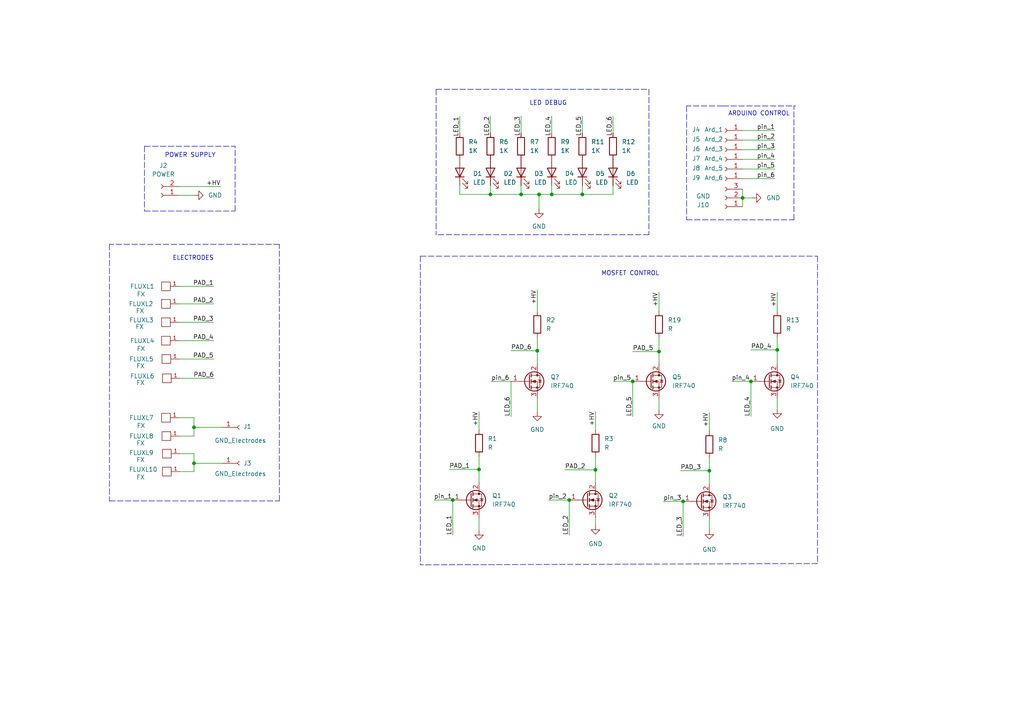
<source format=kicad_sch>
(kicad_sch (version 20211123) (generator eeschema)
  (paper "A4")
  (title_block (title "DigitalMicroFluicis") (company "DPEE_LAB") (comment 1 "Mosfet_Version02") (comment 2 "Student ID: 19130152") (comment 3 "Author: Tran Thi Huynh Giao"))
  (lib_symbols
    (symbol "Connector:Conn_01x01_Female" (pin_names (offset 1.016) hide)
      (property "Reference" "J" (at 0 2.54 0))
      (property "Value" "Conn_01x01_Female" (at 0 -2.54 0))
      (symbol "Conn_01x01_Female_1_1"
        (polyline (pts (xy -1.27 0) (xy -0.508 0)) (stroke (width 0.1524)))
        (arc (start 0 0.508) (mid -0.508 0) (end 0 -0.508) (stroke (width 0.1524)))
        (pin passive line (at -5.08 0 0) (length 3.81) (name "Pin_1") (number "1"))
      )
    )
    (symbol "Connector:Conn_01x02_Female" (pin_names (offset 1.016) hide)
      (property "Reference" "J" (at 0 2.54 0))
      (property "Value" "Conn_01x02_Female" (at 0 -5.08 0))
      (symbol "Conn_01x02_Female_1_1"
        (arc (start 0 -2.032) (mid -0.508 -2.54) (end 0 -3.048) (stroke (width 0.1524)))
        (polyline (pts (xy -1.27 -2.54) (xy -0.508 -2.54)) (stroke (width 0.1524)))
        (polyline (pts (xy -1.27 0) (xy -0.508 0)) (stroke (width 0.1524)))
        (arc (start 0 0.508) (mid -0.508 0) (end 0 -0.508) (stroke (width 0.1524)))
        (pin passive line (at -5.08 0 0) (length 3.81) (name "Pin_1") (number "1"))
        (pin passive line (at -5.08 -2.54 0) (length 3.81) (name "Pin_2") (number "2"))
      )
    )
    (symbol "Connector:Conn_01x03_Female" (pin_names (offset 1.016) hide)
      (property "Reference" "J" (at 0 5.08 0))
      (property "Value" "Conn_01x03_Female" (at 0 -5.08 0))
      (symbol "Conn_01x03_Female_1_1"
        (arc (start 0 -2.032) (mid -0.508 -2.54) (end 0 -3.048) (stroke (width 0.1524)))
        (polyline (pts (xy -1.27 -2.54) (xy -0.508 -2.54)) (stroke (width 0.1524)))
        (polyline (pts (xy -1.27 0) (xy -0.508 0)) (stroke (width 0.1524)))
        (polyline (pts (xy -1.27 2.54) (xy -0.508 2.54)) (stroke (width 0.1524)))
        (arc (start 0 0.508) (mid -0.508 0) (end 0 -0.508) (stroke (width 0.1524)))
        (arc (start 0 3.048) (mid -0.508 2.54) (end 0 2.032) (stroke (width 0.1524)))
        (pin passive line (at -5.08 2.54 0) (length 3.81) (name "Pin_1") (number "1"))
        (pin passive line (at -5.08 0 0) (length 3.81) (name "Pin_2") (number "2"))
        (pin passive line (at -5.08 -2.54 0) (length 3.81) (name "Pin_3") (number "3"))
      )
    )
    (symbol "Device:LED" (pin_numbers hide) (pin_names (offset 1.016) hide)
      (property "Reference" "D" (at 0 2.54 0))
      (property "Value" "LED" (at 0 -2.54 0))
      (symbol "LED_0_1"
        (polyline (pts (xy -1.27 -1.27) (xy -1.27 1.27)) (stroke (width 0.254)))
        (polyline (pts (xy -1.27 0) (xy 1.27 0)))
        (polyline (pts (xy 1.27 -1.27) (xy 1.27 1.27) (xy -1.27 0) (xy 1.27 -1.27)) (stroke (width 0.254)))
        (polyline (pts (xy -3.048 -0.762) (xy -4.572 -2.286) (xy -3.81 -2.286) (xy -4.572 -2.286) (xy -4.572 -1.524)))
        (polyline (pts (xy -1.778 -0.762) (xy -3.302 -2.286) (xy -2.54 -2.286) (xy -3.302 -2.286) (xy -3.302 -1.524)))
      )
      (symbol "LED_1_1"
        (pin passive line (at -3.81 0 0) (length 2.54) (name "K") (number "1"))
        (pin passive line (at 3.81 0 180) (length 2.54) (name "A") (number "2"))
      )
    )
    (symbol "Device:R" (pin_numbers hide) (pin_names (offset 0))
      (property "Reference" "R" (at 2.032 0 90))
      (property "Value" "R" (at 0 0 90))
      (symbol "R_0_1"
        (rectangle (start -1.016 -2.54) (end 1.016 2.54) (stroke (width 0.254)))
      )
      (symbol "R_1_1"
        (pin passive line (at 0 3.81 270) (length 1.27) (name "~") (number "1"))
        (pin passive line (at 0 -3.81 90) (length 1.27) (name "~") (number "2"))
      )
    )
    (symbol "GaudiLabsPartsLibrary:FX" (pin_names (offset 1.016) hide)
      (property "Reference" "FLUXL" (at 0 2.54 0))
      (property "Value" "FX" (at 0 0 0))
      (symbol "FX_0_1"
        (rectangle (start -1.27 1.27) (end 1.27 -1.27))
      )
      (symbol "FX_1_1"
        (pin passive line (at 0 -3.81 90) (length 2.54) (name "1") (number "1"))
      )
    )
    (symbol "Transistor_FET:IRF740" (pin_names hide)
      (property "Reference" "Q" (at 6.35 1.905 0))
      (property "Value" "IRF740" (at 6.35 0 0))
      (symbol "IRF740_0_1"
        (polyline (pts (xy 0.254 0) (xy -2.54 0)))
        (polyline (pts (xy 0.254 1.905) (xy 0.254 -1.905)) (stroke (width 0.254)))
        (polyline (pts (xy 0.762 -1.27) (xy 0.762 -2.286)) (stroke (width 0.254)))
        (polyline (pts (xy 0.762 0.508) (xy 0.762 -0.508)) (stroke (width 0.254)))
        (polyline (pts (xy 0.762 2.286) (xy 0.762 1.27)) (stroke (width 0.254)))
        (polyline (pts (xy 2.54 2.54) (xy 2.54 1.778)))
        (polyline (pts (xy 2.54 -2.54) (xy 2.54 0) (xy 0.762 0)))
        (polyline (pts (xy 0.762 -1.778) (xy 3.302 -1.778) (xy 3.302 1.778) (xy 0.762 1.778)))
        (polyline (pts (xy 1.016 0) (xy 2.032 0.381) (xy 2.032 -0.381) (xy 1.016 0)) (fill (type outline)))
        (polyline (pts (xy 2.794 0.508) (xy 2.921 0.381) (xy 3.683 0.381) (xy 3.81 0.254)))
        (polyline (pts (xy 3.302 0.381) (xy 2.921 -0.254) (xy 3.683 -0.254) (xy 3.302 0.381)))
        (circle (center 1.651 0) (radius 2.794) (stroke (width 0.254)))
        (circle (center 2.54 -1.778) (radius 0.254) (fill (type outline)))
        (circle (center 2.54 1.778) (radius 0.254) (fill (type outline)))
      )
      (symbol "IRF740_1_1"
        (pin input line (at -5.08 0 0) (length 2.54) (name "G") (number "1"))
        (pin passive line (at 2.54 5.08 270) (length 2.54) (name "D") (number "2"))
        (pin passive line (at 2.54 -5.08 90) (length 2.54) (name "S") (number "3"))
      )
    )
    (symbol "power:GND" (power) (pin_names (offset 0))
      (property "Value" "GND" (at 0 -3.81 0))
      (symbol "GND_0_1"
        (polyline (pts (xy 0 0) (xy 0 -1.27) (xy 1.27 -1.27) (xy 0 -2.54) (xy -1.27 -1.27) (xy 0 -1.27)))
      )
      (symbol "GND_1_1"
        (pin power_in line (at 0 0 270) (length 0) hide (name "GND") (number "1"))
      )
    )
  )
  (junction (at 183.515 110.617))
  (junction (at 168.91 56.388))
  (junction (at 165.1 145.034))
  (junction (at 151.13 56.388))
  (junction (at 155.829 101.727))
  (junction (at 160.02 56.388))
  (junction (at 191.135 101.981))
  (junction (at 142.24 56.388))
  (junction (at 215.392 57.404))
  (junction (at 217.805 110.617))
  (junction (at 138.938 136.144))
  (junction (at 131.318 145.034))
  (junction (at 156.337 56.388))
  (junction (at 172.72 136.271))
  (junction (at 56.261 134.366))
  (junction (at 205.74 136.525))
  (junction (at 198.12 145.415))
  (junction (at 56.261 123.952))
  (junction (at 225.425 101.473))
  (junction (at 155.8384 101.727))
  (wire (pts (xy 56.261 123.952) (xy 56.261 126.492)))
  (wire (pts (xy 56.261 121.158) (xy 56.261 123.952)))
  (polyline (pts (xy 68.199 61.214) (xy 68.199 42.418)))
  (wire (pts (xy 215.392 37.846) (xy 224.79 37.846)))
  (polyline (pts (xy 237.109 163.449) (xy 121.92 163.83)))
  (wire (pts (xy 191.135 101.981) (xy 191.135 105.537)))
  (polyline (pts (xy 188.214 68.072) (xy 126.492 68.072)))
  (polyline (pts (xy 41.91 42.418) (xy 68.199 42.418)))
  (wire (pts (xy 160.02 56.388) (xy 168.91 56.388)))
  (wire (pts (xy 133.35 33.782) (xy 133.35 38.608)))
  (wire (pts (xy 148.2184 120.777) (xy 148.209 120.777)))
  (polyline (pts (xy 31.75 145.288) (xy 81.026 145.288)))
  (polyline (pts (xy 199.136 63.754) (xy 230.2761 63.754)))
  (wire (pts (xy 142.24 56.388) (xy 142.24 53.848)))
  (wire (pts (xy 172.72 136.271) (xy 172.72 139.954)))
  (wire (pts (xy 160.02 33.655) (xy 160.02 38.608)))
  (wire (pts (xy 191.135 97.917) (xy 191.135 101.981)))
  (wire (pts (xy 217.805 101.473) (xy 225.425 101.473)))
  (wire (pts (xy 205.74 132.715) (xy 205.74 136.525)))
  (wire (pts (xy 130.302 136.144) (xy 138.938 136.144)))
  (wire (pts (xy 225.425 101.473) (xy 225.425 105.537)))
  (wire (pts (xy 142.24 56.388) (xy 151.13 56.388)))
  (wire (pts (xy 225.425 115.697) (xy 225.425 118.745)))
  (polyline (pts (xy 230.2761 63.754) (xy 230.2761 30.7298)))
  (wire (pts (xy 148.2184 110.6264) (xy 142.494 110.6264)))
  (wire (pts (xy 52.197 109.728) (xy 62.103 109.728)))
  (wire (pts (xy 142.494 110.6264) (xy 142.494 110.617)))
  (wire (pts (xy 131.318 145.034) (xy 131.318 155.194)))
  (wire (pts (xy 52.197 136.779) (xy 56.261 136.779)))
  (wire (pts (xy 192.405 145.415) (xy 198.12 145.415)))
  (wire (pts (xy 56.261 134.366) (xy 64.389 134.366)))
  (wire (pts (xy 215.392 49.022) (xy 224.79 49.022)))
  (wire (pts (xy 159.131 145.034) (xy 165.1 145.034)))
  (polyline (pts (xy 209.6309 30.734) (xy 199.136 30.734)))
  (wire (pts (xy 151.13 33.655) (xy 151.13 38.608)))
  (wire (pts (xy 215.392 43.434) (xy 224.79 43.434)))
  (polyline (pts (xy 41.91 42.418) (xy 41.91 61.214)))
  (wire (pts (xy 198.12 145.415) (xy 198.12 155.575)))
  (polyline (pts (xy 237.109 74.295) (xy 237.109 163.449)))
  (wire (pts (xy 151.13 56.388) (xy 156.337 56.388)))
  (wire (pts (xy 51.943 83.058) (xy 61.976 83.058)))
  (wire (pts (xy 217.805 110.617) (xy 217.805 120.777)))
  (wire (pts (xy 168.91 56.388) (xy 177.8 56.388)))
  (wire (pts (xy 191.135 84.7852) (xy 191.135 90.297)))
  (wire (pts (xy 133.35 53.848) (xy 133.35 56.388)))
  (wire (pts (xy 138.938 150.114) (xy 138.938 153.924)))
  (wire (pts (xy 138.938 132.334) (xy 138.938 136.144)))
  (wire (pts (xy 155.829 101.727) (xy 155.8384 101.727)))
  (wire (pts (xy 56.261 134.366) (xy 56.261 136.779)))
  (wire (pts (xy 51.943 98.806) (xy 61.976 98.806)))
  (wire (pts (xy 172.72 150.114) (xy 172.72 152.4)))
  (polyline (pts (xy 126.492 25.908) (xy 188.214 25.908)))
  (wire (pts (xy 225.425 84.836) (xy 225.425 90.297)))
  (wire (pts (xy 197.358 136.525) (xy 205.74 136.525)))
  (polyline (pts (xy 199.136 30.734) (xy 199.136 63.754)))
  (wire (pts (xy 225.425 97.917) (xy 225.425 101.473)))
  (wire (pts (xy 177.8 56.388) (xy 177.8 53.848)))
  (wire (pts (xy 160.02 56.388) (xy 160.02 53.848)))
  (wire (pts (xy 52.07 126.492) (xy 56.261 126.492)))
  (wire (pts (xy 212.217 110.617) (xy 217.805 110.617)))
  (wire (pts (xy 165.1 145.034) (xy 165.1 155.194)))
  (polyline (pts (xy 121.92 74.295) (xy 237.109 74.295)))
  (wire (pts (xy 52.197 131.572) (xy 56.261 131.572)))
  (wire (pts (xy 51.816 56.642) (xy 56.388 56.642)))
  (wire (pts (xy 125.857 145.034) (xy 131.318 145.034)))
  (wire (pts (xy 177.8 33.655) (xy 177.8 38.608)))
  (wire (pts (xy 51.943 121.158) (xy 56.261 121.158)))
  (wire (pts (xy 215.392 51.816) (xy 224.79 51.816)))
  (wire (pts (xy 138.938 119.38) (xy 138.938 124.714)))
  (wire (pts (xy 155.829 84.074) (xy 155.829 90.297)))
  (polyline (pts (xy 188.214 25.908) (xy 188.214 68.072)))
  (wire (pts (xy 183.515 110.617) (xy 183.515 120.777)))
  (wire (pts (xy 156.337 56.388) (xy 160.02 56.388)))
  (wire (pts (xy 168.91 33.655) (xy 168.91 38.608)))
  (wire (pts (xy 172.72 119.3546) (xy 172.72 124.714)))
  (wire (pts (xy 183.515 101.981) (xy 191.135 101.981)))
  (wire (pts (xy 215.392 57.404) (xy 215.392 59.944)))
  (wire (pts (xy 155.8384 105.5464) (xy 155.8384 101.727)))
  (polyline (pts (xy 41.91 61.214) (xy 68.199 61.214)))
  (wire (pts (xy 163.83 136.271) (xy 172.72 136.271)))
  (polyline (pts (xy 31.75 70.866) (xy 31.75 145.288)))
  (wire (pts (xy 51.816 54.102) (xy 64.008 54.102)))
  (polyline (pts (xy 126.492 25.908) (xy 126.492 68.072)))
  (wire (pts (xy 138.938 136.144) (xy 138.938 139.954)))
  (wire (pts (xy 148.209 101.727) (xy 155.829 101.727)))
  (wire (pts (xy 155.8384 119.507) (xy 155.829 119.507)))
  (wire (pts (xy 205.74 150.495) (xy 205.74 153.797)))
  (wire (pts (xy 155.8384 115.7064) (xy 155.8384 119.507)))
  (wire (pts (xy 148.2184 110.6264) (xy 148.2184 120.777)))
  (wire (pts (xy 156.337 56.388) (xy 156.337 60.706)))
  (wire (pts (xy 215.392 57.404) (xy 218.186 57.404)))
  (wire (pts (xy 52.07 104.14) (xy 61.976 104.14)))
  (wire (pts (xy 56.261 123.952) (xy 64.389 123.952)))
  (wire (pts (xy 56.261 131.572) (xy 56.261 134.366)))
  (wire (pts (xy 51.943 93.472) (xy 61.976 93.472)))
  (polyline (pts (xy 121.92 74.295) (xy 121.92 163.83)))
  (wire (pts (xy 215.392 40.64) (xy 224.79 40.64)))
  (polyline (pts (xy 209.677 30.734) (xy 230.759 30.734)))
  (wire (pts (xy 155.829 97.917) (xy 155.829 101.727)))
  (wire (pts (xy 133.35 56.388) (xy 142.24 56.388)))
  (wire (pts (xy 151.13 56.388) (xy 151.13 53.848)))
  (wire (pts (xy 205.74 119.6594) (xy 205.74 125.095)))
  (wire (pts (xy 215.392 46.228) (xy 224.79 46.228)))
  (wire (pts (xy 215.392 54.864) (xy 215.392 57.404)))
  (wire (pts (xy 51.943 88.138) (xy 61.976 88.138)))
  (polyline (pts (xy 81.026 70.866) (xy 31.75 70.866)))
  (wire (pts (xy 172.72 132.334) (xy 172.72 136.271)))
  (wire (pts (xy 168.91 56.388) (xy 168.91 53.848)))
  (polyline (pts (xy 81.026 145.288) (xy 81.026 70.866)))
  (wire (pts (xy 205.74 136.525) (xy 205.74 140.335)))
  (wire (pts (xy 177.8 110.617) (xy 183.515 110.617)))
  (wire (pts (xy 191.135 115.697) (xy 191.135 118.999)))
  (wire (pts (xy 142.24 33.655) (xy 142.24 38.608)))
  (text "POWER SUPPLY\n" (at 47.752 45.847 0) (effects (font (size 1.27 1.27)) (justify left bottom)))
  (text "ARDUINO CONTROL\n" (at 211.201 33.782 0) (effects (font (size 1.27 1.27)) (justify left bottom)))
  (text "LED DEBUG\n" (at 153.543 30.734 0) (effects (font (size 1.27 1.27)) (justify left bottom)))
  (text "ELECTRODES\n" (at 50.038 75.692 0) (effects (font (size 1.27 1.27)) (justify left bottom)))
  (text "MOSFET CONTROL\n" (at 174.371 80.137 0) (effects (font (size 1.27 1.27)) (justify left bottom)))
  (label "pin_5" (at 177.8 110.617 0))
  (label "PAD_6" (at 62.103 109.728 180))
  (label "pin_4" (at 224.79 46.228 180))
  (label "LED_4" (at 217.805 120.777 90))
  (label "LED_1" (at 131.318 155.194 90))
  (label "PAD_6" (at 148.209 101.727 0))
  (label "LED_6" (at 148.209 120.777 90))
  (label "+HV" (at 225.425 84.836 270))
  (label "+HV" (at 172.72 119.3546 270))
  (label "LED_3" (at 198.12 155.575 90))
  (label "LED_1" (at 133.35 33.782 270))
  (label "PAD_3" (at 61.976 93.472 180))
  (label "PAD_4" (at 217.805 101.473 0))
  (label "+HV" (at 205.74 119.6594 270))
  (label "+HV" (at 64.008 54.102 180))
  (label "+HV" (at 191.135 84.7852 270))
  (label "PAD_1" (at 130.302 136.144 0))
  (label "pin_5" (at 224.79 49.022 180))
  (label "pin_3" (at 192.405 145.415 0))
  (label "PAD_5" (at 183.515 101.981 0))
  (label "PAD_1" (at 61.976 83.058 180))
  (label "pin_6" (at 224.79 51.816 180))
  (label "+HV" (at 138.938 119.38 270))
  (label "pin_4" (at 212.217 110.617 0))
  (label "LED_4" (at 160.02 33.655 270))
  (label "LED_5" (at 168.91 33.655 270))
  (label "LED_5" (at 183.515 120.777 90))
  (label "pin_2" (at 224.79 40.64 180))
  (label "pin_6" (at 142.494 110.617 0))
  (label "LED_2" (at 165.1 155.194 90))
  (label "PAD_2" (at 61.976 88.138 180))
  (label "LED_3" (at 151.13 33.655 270))
  (label "pin_2" (at 159.131 145.034 0))
  (label "pin_1" (at 125.857 145.034 0))
  (label "+HV" (at 155.829 84.074 270))
  (label "PAD_5" (at 61.976 104.14 180))
  (label "LED_6" (at 177.8 33.655 270))
  (label "PAD_3" (at 197.358 136.525 0))
  (label "pin_1" (at 224.79 37.846 180))
  (label "PAD_2" (at 163.83 136.271 0))
  (label "LED_2" (at 142.24 33.655 270))
  (label "PAD_4" (at 61.976 98.806 180))
  (label "pin_3" (at 224.79 43.434 180))
  (symbol (lib_id "Device:R") (at 172.72 128.524 0) (unit 1)
    (property "Reference" "R3" (at 175.26 127.2539 0) (effects (justify left)))
    (property "Value" "R" (at 175.26 129.7939 0) (effects (justify left)))
    (property "Footprint" "Resistor_SMD:R_1206_3216Metric_Pad1.30x1.75mm_HandSolder" (effects hide))
  )
  (symbol (lib_id "Connector:Conn_01x01_Female") (at 69.469 123.952 0) (unit 1)
    (property "Reference" "J1" (at 71.755 123.698 0))
    (property "Value" "GND_Electrodes" (at 69.723 127.762 0))
    (property "Footprint" "Connector_PinSocket_2.54mm:PinSocket_1x01_P2.54mm_Vertical" (effects hide))
  )
  (symbol (lib_id "GaudiLabsPartsLibrary:FX") (at 48.387 131.572 90) (unit 1)
    (property "Reference" "FLUXL9" (at 41.021 131.318 90))
    (property "Value" "FX" (at 40.767 133.35 90))
    (property "Footprint" "GaudiLabsFootPrints:FLUXPAD_2_75_4MIL_FINAL" (effects hide))
  )
  (symbol (lib_id "power:GND") (at 155.829 119.507 0) (unit 1)
    (property "Reference" "#PWR0126" (effects hide))
    (property "Value" "GND" (at 155.829 124.587 0))
  )
  (symbol (lib_id "GaudiLabsPartsLibrary:FX") (at 48.387 109.728 90) (unit 1)
    (property "Reference" "FLUXL6" (at 41.275 109.093 90))
    (property "Value" "FX" (at 40.767 110.998 90))
    (property "Footprint" "GaudiLabsFootPrints:FLUXPAD_2_75_4MIL_FINAL" (effects hide))
  )
  (symbol (lib_id "Device:LED") (at 151.13 50.038 90) (unit 1)
    (property "Reference" "D3" (at 154.94 50.3554 90) (effects (justify right)))
    (property "Value" "LED" (at 154.94 52.8954 90) (effects (justify right)))
    (property "Footprint" "LED_SMD:LED_0603_1608Metric_Pad1.05x0.95mm_HandSolder" (effects hide))
  )
  (symbol (lib_id "Device:R") (at 155.829 94.107 0) (unit 1)
    (property "Reference" "R2" (at 158.369 92.8369 0) (effects (justify left)))
    (property "Value" "R" (at 158.369 95.3769 0) (effects (justify left)))
    (property "Footprint" "Resistor_SMD:R_1206_3216Metric_Pad1.30x1.75mm_HandSolder" (effects hide))
  )
  (symbol (lib_id "GaudiLabsPartsLibrary:FX") (at 48.133 83.058 90) (unit 1)
    (property "Reference" "FLUXL1" (at 41.275 83.058 90))
    (property "Value" "FX" (at 40.894 85.344 90))
    (property "Footprint" "GaudiLabsFootPrints:FLUXPAD_2_75_4MIL_FINAL" (effects hide))
  )
  (symbol (lib_id "GaudiLabsPartsLibrary:FX") (at 48.133 93.472 90) (unit 1)
    (property "Reference" "FLUXL3" (at 41.021 92.837 90))
    (property "Value" "FX" (at 40.513 94.742 90))
    (property "Footprint" "GaudiLabsFootPrints:FLUXPAD_2_75_4MIL_FINAL" (effects hide))
  )
  (symbol (lib_id "Device:LED") (at 177.8 50.038 90) (unit 1)
    (property "Reference" "D6" (at 181.61 50.3554 90) (effects (justify right)))
    (property "Value" "LED" (at 181.61 52.8954 90) (effects (justify right)))
    (property "Footprint" "LED_SMD:LED_0603_1608Metric_Pad1.05x0.95mm_HandSolder" (effects hide))
  )
  (symbol (lib_id "Device:R") (at 205.74 128.905 0) (unit 1)
    (property "Reference" "R8" (at 208.28 127.6349 0) (effects (justify left)))
    (property "Value" "R" (at 208.28 130.1749 0) (effects (justify left)))
    (property "Footprint" "Resistor_SMD:R_1206_3216Metric_Pad1.30x1.75mm_HandSolder" (effects hide))
  )
  (symbol (lib_id "GaudiLabsPartsLibrary:FX") (at 48.133 98.806 90) (unit 1)
    (property "Reference" "FLUXL4" (at 41.275 98.806 90))
    (property "Value" "FX" (at 40.894 101.092 90))
    (property "Footprint" "GaudiLabsFootPrints:FLUXPAD_2_75_4MIL_FINAL" (effects hide))
  )
  (symbol (lib_id "Connector:Conn_01x03_Female") (at 210.312 57.404 180) (unit 1)
    (property "Reference" "J10" (at 203.962 59.436 0))
    (property "Value" "GND" (at 203.962 56.896 0))
    (property "Footprint" "Connector_PinSocket_2.54mm:PinSocket_1x03_P2.54mm_Vertical" (effects hide))
  )
  (symbol (lib_id "GaudiLabsPartsLibrary:FX") (at 48.26 104.14 90) (unit 1)
    (property "Reference" "FLUXL5" (at 41.021 104.14 90))
    (property "Value" "FX" (at 40.767 106.172 90))
    (property "Footprint" "GaudiLabsFootPrints:FLUXPAD_2_75_4MIL_FINAL" (effects hide))
  )
  (symbol (lib_id "Connector:Conn_01x01_Female") (at 210.312 46.228 180) (unit 1)
    (property "Reference" "J7" (at 201.93 45.974 0))
    (property "Value" "Ard_4" (at 207.01 45.974 0))
    (property "Footprint" "Connector_PinSocket_2.54mm:PinSocket_1x01_P2.54mm_Vertical" (effects hide))
  )
  (symbol (lib_id "Device:LED") (at 133.35 50.038 90) (unit 1)
    (property "Reference" "D1" (at 137.16 50.3554 90) (effects (justify right)))
    (property "Value" "LED" (at 137.16 52.8954 90) (effects (justify right)))
    (property "Footprint" "LED_SMD:LED_0603_1608Metric_Pad1.05x0.95mm_HandSolder" (effects hide))
  )
  (symbol (lib_id "Device:R") (at 191.135 94.107 0) (unit 1)
    (property "Reference" "R19" (at 193.675 92.8369 0) (effects (justify left)))
    (property "Value" "R" (at 193.675 95.3769 0) (effects (justify left)))
    (property "Footprint" "Resistor_SMD:R_1206_3216Metric_Pad1.30x1.75mm_HandSolder" (effects hide))
  )
  (symbol (lib_id "power:GND") (at 225.425 118.745 0) (unit 1)
    (property "Reference" "#PWR0108" (effects hide))
    (property "Value" "GND" (at 225.425 124.333 0))
  )
  (symbol (lib_id "Device:R") (at 177.8 42.418 0) (unit 1)
    (property "Reference" "R12" (at 180.34 41.1479 0) (effects (justify left)))
    (property "Value" "1K" (at 180.34 43.6879 0) (effects (justify left)))
    (property "Footprint" "Resistor_SMD:R_1206_3216Metric_Pad1.30x1.75mm_HandSolder" (effects hide))
  )
  (symbol (lib_id "GaudiLabsPartsLibrary:FX") (at 48.26 126.492 90) (unit 1)
    (property "Reference" "FLUXL8" (at 41.021 126.492 90))
    (property "Value" "FX" (at 40.767 128.524 90))
    (property "Footprint" "GaudiLabsFootPrints:FLUXPAD_2_75_4MIL_FINAL" (effects hide))
  )
  (symbol (lib_id "power:GND") (at 218.186 57.404 90) (unit 1)
    (property "Reference" "#PWR02" (effects hide))
    (property "Value" "GND" (at 222.25 57.4039 90) (effects (justify right)))
  )
  (symbol (lib_id "power:GND") (at 205.74 153.797 0) (unit 1)
    (property "Reference" "#PWR0107" (effects hide))
    (property "Value" "GND" (at 205.74 159.385 0))
  )
  (symbol (lib_id "GaudiLabsPartsLibrary:FX") (at 48.387 136.779 90) (unit 1)
    (property "Reference" "FLUXL10" (at 41.529 136.144 90))
    (property "Value" "FX" (at 40.767 138.43 90))
    (property "Footprint" "GaudiLabsFootPrints:FLUXPAD_2_75_4MIL_FINAL" (effects hide))
  )
  (symbol (lib_id "Device:R") (at 151.13 42.418 0) (unit 1)
    (property "Reference" "R7" (at 153.67 41.1479 0) (effects (justify left)))
    (property "Value" "1K" (at 153.67 43.6879 0) (effects (justify left)))
    (property "Footprint" "Resistor_SMD:R_1206_3216Metric_Pad1.30x1.75mm_HandSolder" (effects hide))
  )
  (symbol (lib_id "Device:LED") (at 160.02 50.038 90) (unit 1)
    (property "Reference" "D4" (at 163.83 50.3554 90) (effects (justify right)))
    (property "Value" "LED" (at 163.83 52.8954 90) (effects (justify right)))
    (property "Footprint" "LED_SMD:LED_0603_1608Metric_Pad1.05x0.95mm_HandSolder" (effects hide))
  )
  (symbol (lib_id "Transistor_FET:IRF740") (at 170.18 145.034 0) (unit 1)
    (property "Reference" "Q2" (at 176.53 143.7639 0) (effects (justify left)))
    (property "Value" "IRF740" (at 176.53 146.3039 0) (effects (justify left)))
    (property "Footprint" "Package_TO_SOT_SMD:TO-263-3_TabPin2" (effects hide))
    (property "Datasheet" "http://www.vishay.com/docs/91054/91054.pdf" (effects hide))
  )
  (symbol (lib_id "Connector:Conn_01x01_Female") (at 210.312 43.434 180) (unit 1)
    (property "Reference" "J6" (at 201.93 43.18 0))
    (property "Value" "Ard_3" (at 207.01 43.18 0))
    (property "Footprint" "Connector_PinSocket_2.54mm:PinSocket_1x01_P2.54mm_Vertical" (effects hide))
  )
  (symbol (lib_id "Device:R") (at 225.425 94.107 0) (unit 1)
    (property "Reference" "R13" (at 227.965 92.8369 0) (effects (justify left)))
    (property "Value" "R" (at 227.965 95.3769 0) (effects (justify left)))
    (property "Footprint" "Resistor_SMD:R_1206_3216Metric_Pad1.30x1.75mm_HandSolder" (effects hide))
  )
  (symbol (lib_id "Transistor_FET:IRF740") (at 222.885 110.617 0) (unit 1)
    (property "Reference" "Q4" (at 229.235 109.3469 0) (effects (justify left)))
    (property "Value" "IRF740" (at 229.235 111.8869 0) (effects (justify left)))
    (property "Footprint" "Package_TO_SOT_SMD:TO-263-3_TabPin2" (effects hide))
    (property "Datasheet" "http://www.vishay.com/docs/91054/91054.pdf" (effects hide))
  )
  (symbol (lib_id "power:GND") (at 172.72 152.4 0) (unit 1)
    (property "Reference" "#PWR0111" (effects hide))
    (property "Value" "GND" (at 172.72 157.734 0))
  )
  (symbol (lib_id "Connector:Conn_01x01_Female") (at 210.312 51.816 180) (unit 1)
    (property "Reference" "J9" (at 201.93 51.562 0))
    (property "Value" "Ard_6" (at 207.01 51.562 0))
    (property "Footprint" "Connector_PinSocket_2.54mm:PinSocket_1x01_P2.54mm_Vertical" (effects hide))
  )
  (symbol (lib_id "Device:R") (at 168.91 42.418 0) (unit 1)
    (property "Reference" "R11" (at 171.45 41.1479 0) (effects (justify left)))
    (property "Value" "1K" (at 171.45 43.6879 0) (effects (justify left)))
    (property "Footprint" "Resistor_SMD:R_1206_3216Metric_Pad1.30x1.75mm_HandSolder" (effects hide))
  )
  (symbol (lib_id "power:GND") (at 138.938 153.924 0) (unit 1)
    (property "Reference" "#PWR0110" (effects hide))
    (property "Value" "GND" (at 138.938 159.004 0))
  )
  (symbol (lib_id "Device:R") (at 133.35 42.418 0) (unit 1)
    (property "Reference" "R4" (at 135.89 41.1479 0) (effects (justify left)))
    (property "Value" "1K" (at 135.89 43.6879 0) (effects (justify left)))
    (property "Footprint" "Resistor_SMD:R_1206_3216Metric_Pad1.30x1.75mm_HandSolder" (effects hide))
  )
  (symbol (lib_id "Device:LED") (at 142.24 50.038 90) (unit 1)
    (property "Reference" "D2" (at 146.05 50.3554 90) (effects (justify right)))
    (property "Value" "LED" (at 146.05 52.8954 90) (effects (justify right)))
    (property "Footprint" "LED_SMD:LED_0603_1608Metric_Pad1.05x0.95mm_HandSolder" (effects hide))
  )
  (symbol (lib_id "Connector:Conn_01x02_Female") (at 46.736 56.642 180) (unit 1)
    (property "Reference" "J2" (at 47.371 48.006 0))
    (property "Value" "POWER" (at 47.371 50.546 0))
    (property "Footprint" "TerminalBlock:TerminalBlock_bornier-2_P5.08mm" (effects hide))
  )
  (symbol (lib_id "Device:R") (at 138.938 128.524 0) (unit 1)
    (property "Reference" "R1" (at 141.478 127.2539 0) (effects (justify left)))
    (property "Value" "R" (at 141.478 129.7939 0) (effects (justify left)))
    (property "Footprint" "Resistor_SMD:R_1206_3216Metric_Pad1.30x1.75mm_HandSolder" (effects hide))
  )
  (symbol (lib_id "Transistor_FET:IRF740") (at 153.2984 110.6264 0) (unit 1)
    (property "Reference" "Q?" (at 159.6484 109.3563 0) (effects (justify left)))
    (property "Value" "IRF740" (at 159.6484 111.8963 0) (effects (justify left)))
    (property "Footprint" "Package_TO_SOT_SMD:TO-263-3_TabPin2" (effects hide))
    (property "Datasheet" "http://www.vishay.com/docs/91054/91054.pdf" (effects hide))
  )
  (symbol (lib_id "GaudiLabsPartsLibrary:FX") (at 48.133 121.158 90) (unit 1)
    (property "Reference" "FLUXL7" (at 41.021 121.158 90))
    (property "Value" "FX" (at 40.894 123.444 90))
    (property "Footprint" "GaudiLabsFootPrints:FLUXPAD_2_75_4MIL_FINAL" (effects hide))
  )
  (symbol (lib_id "power:GND") (at 156.337 60.706 0) (unit 1)
    (property "Reference" "#PWR01" (effects hide))
    (property "Value" "GND" (at 156.337 65.659 0))
  )
  (symbol (lib_id "Connector:Conn_01x01_Female") (at 69.469 134.366 0) (unit 1)
    (property "Reference" "J3" (at 71.755 134.366 0))
    (property "Value" "GND_Electrodes" (at 69.723 137.414 0))
    (property "Footprint" "Connector_PinSocket_2.54mm:PinSocket_1x01_P2.54mm_Vertical" (effects hide))
  )
  (symbol (lib_id "Transistor_FET:IRF740") (at 188.595 110.617 0) (unit 1)
    (property "Reference" "Q5" (at 194.945 109.3469 0) (effects (justify left)))
    (property "Value" "IRF740" (at 194.945 111.8869 0) (effects (justify left)))
    (property "Footprint" "Package_TO_SOT_SMD:TO-263-3_TabPin2" (effects hide))
    (property "Datasheet" "http://www.vishay.com/docs/91054/91054.pdf" (effects hide))
  )
  (symbol (lib_id "Connector:Conn_01x01_Female") (at 210.312 40.64 180) (unit 1)
    (property "Reference" "J5" (at 201.93 40.386 0))
    (property "Value" "Ard_2" (at 207.01 40.386 0))
    (property "Footprint" "Connector_PinSocket_2.54mm:PinSocket_1x01_P2.54mm_Vertical" (effects hide))
  )
  (symbol (lib_id "Transistor_FET:IRF740") (at 203.2 145.415 0) (unit 1)
    (property "Reference" "Q3" (at 209.55 144.1449 0) (effects (justify left)))
    (property "Value" "IRF740" (at 209.55 146.6849 0) (effects (justify left)))
    (property "Footprint" "Package_TO_SOT_SMD:TO-263-3_TabPin2" (effects hide))
    (property "Datasheet" "http://www.vishay.com/docs/91054/91054.pdf" (effects hide))
  )
  (symbol (lib_id "Connector:Conn_01x01_Female") (at 210.312 37.846 180) (unit 1)
    (property "Reference" "J4" (at 201.93 37.592 0))
    (property "Value" "Ard_1" (at 207.01 37.592 0))
    (property "Footprint" "Connector_PinSocket_2.54mm:PinSocket_1x01_P2.54mm_Vertical" (effects hide))
  )
  (symbol (lib_id "power:GND") (at 191.135 118.999 0) (unit 1)
    (property "Reference" "#PWR0103" (effects hide))
    (property "Value" "GND" (at 191.135 123.571 0))
  )
  (symbol (lib_id "Device:R") (at 142.24 42.418 0) (unit 1)
    (property "Reference" "R6" (at 144.78 41.1479 0) (effects (justify left)))
    (property "Value" "1K" (at 144.78 43.6879 0) (effects (justify left)))
    (property "Footprint" "Resistor_SMD:R_1206_3216Metric_Pad1.30x1.75mm_HandSolder" (effects hide))
  )
  (symbol (lib_id "Device:R") (at 160.02 42.418 0) (unit 1)
    (property "Reference" "R9" (at 162.56 41.1479 0) (effects (justify left)))
    (property "Value" "1K" (at 162.56 43.6879 0) (effects (justify left)))
    (property "Footprint" "Resistor_SMD:R_1206_3216Metric_Pad1.30x1.75mm_HandSolder" (effects hide))
  )
  (symbol (lib_id "Transistor_FET:IRF740") (at 136.398 145.034 0) (unit 1)
    (property "Reference" "Q1" (at 142.748 143.7639 0) (effects (justify left)))
    (property "Value" "IRF740" (at 142.748 146.3039 0) (effects (justify left)))
    (property "Footprint" "Package_TO_SOT_SMD:TO-263-3_TabPin2" (effects hide))
    (property "Datasheet" "http://www.vishay.com/docs/91054/91054.pdf" (effects hide))
  )
  (symbol (lib_id "Device:LED") (at 168.91 50.038 90) (unit 1)
    (property "Reference" "D5" (at 172.72 50.3554 90) (effects (justify right)))
    (property "Value" "LED" (at 172.72 52.8954 90) (effects (justify right)))
    (property "Footprint" "LED_SMD:LED_0603_1608Metric_Pad1.05x0.95mm_HandSolder" (effects hide))
  )
  (symbol (lib_id "power:GND") (at 56.388 56.642 90) (unit 1)
    (property "Reference" "#PWR0109" (effects hide))
    (property "Value" "GND" (at 60.325 56.6419 90) (effects (justify right)))
  )
  (symbol (lib_id "GaudiLabsPartsLibrary:FX") (at 48.133 88.138 90) (unit 1)
    (property "Reference" "FLUXL2" (at 40.894 88.138 90))
    (property "Value" "FX" (at 40.64 90.17 90))
    (property "Footprint" "GaudiLabsFootPrints:FLUXPAD_2_75_4MIL_FINAL" (effects hide))
  )
  (symbol (lib_id "Connector:Conn_01x01_Female") (at 210.312 49.022 180) (unit 1)
    (property "Reference" "J8" (at 201.93 48.768 0))
    (property "Value" "Ard_5" (at 207.01 48.768 0))
    (property "Footprint" "Connector_PinSocket_2.54mm:PinSocket_1x01_P2.54mm_Vertical" (effects hide))
  )
)
</source>
